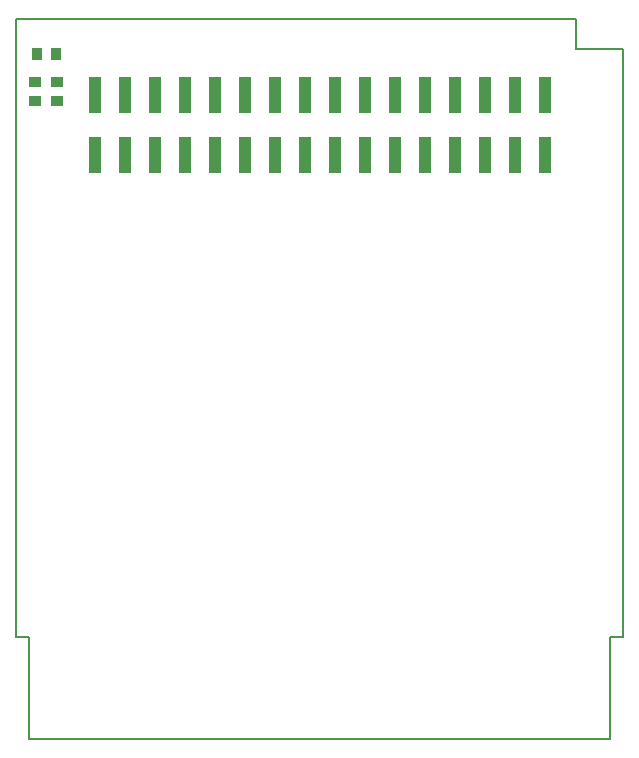
<source format=gbr>
G04 #@! TF.GenerationSoftware,KiCad,Pcbnew,5.1.6-c6e7f7d~86~ubuntu20.04.1*
G04 #@! TF.CreationDate,2020-05-17T16:09:24+03:00*
G04 #@! TF.ProjectId,GB-BRK-CART,47422d42-524b-42d4-9341-52542e6b6963,v4.0*
G04 #@! TF.SameCoordinates,Original*
G04 #@! TF.FileFunction,Paste,Top*
G04 #@! TF.FilePolarity,Positive*
%FSLAX46Y46*%
G04 Gerber Fmt 4.6, Leading zero omitted, Abs format (unit mm)*
G04 Created by KiCad (PCBNEW 5.1.6-c6e7f7d~86~ubuntu20.04.1) date 2020-05-17 16:09:24*
%MOMM*%
%LPD*%
G01*
G04 APERTURE LIST*
G04 #@! TA.AperFunction,Profile*
%ADD10C,0.150000*%
G04 #@! TD*
%ADD11R,1.000000X3.150000*%
%ADD12R,1.000000X0.820000*%
%ADD13R,0.820000X1.000000*%
G04 APERTURE END LIST*
D10*
X121700000Y-39000000D02*
X121700000Y-41600000D01*
X74300000Y-39000000D02*
X121700000Y-39000000D01*
X125700000Y-41600000D02*
X121700000Y-41600000D01*
X74300000Y-91400000D02*
X74300000Y-39000000D01*
X75400000Y-91400000D02*
X74300000Y-91400000D01*
X75400000Y-100000000D02*
X75400000Y-91400000D01*
X125700000Y-91400000D02*
X125700000Y-41600000D01*
X124600000Y-91400000D02*
X125700000Y-91400000D01*
X124600000Y-100000000D02*
X124600000Y-91400000D01*
X75400000Y-100000000D02*
X124600000Y-100000000D01*
D11*
X119050000Y-45475000D03*
X119050000Y-50525000D03*
X116510000Y-45475000D03*
X116510000Y-50525000D03*
X113970000Y-45475000D03*
X113970000Y-50525000D03*
X111430000Y-45475000D03*
X111430000Y-50525000D03*
X108890000Y-45475000D03*
X108890000Y-50525000D03*
X106350000Y-45475000D03*
X106350000Y-50525000D03*
X103810000Y-45475000D03*
X103810000Y-50525000D03*
X101270000Y-45475000D03*
X101270000Y-50525000D03*
X98730000Y-45475000D03*
X98730000Y-50525000D03*
X96190000Y-45475000D03*
X96190000Y-50525000D03*
X93650000Y-45475000D03*
X93650000Y-50525000D03*
X91110000Y-45475000D03*
X91110000Y-50525000D03*
X88570000Y-45475000D03*
X88570000Y-50525000D03*
X86030000Y-45475000D03*
X86030000Y-50525000D03*
X83490000Y-45475000D03*
X83490000Y-50525000D03*
X80950000Y-45475000D03*
X80950000Y-50525000D03*
D12*
X77800000Y-44400000D03*
X77800000Y-46000000D03*
D13*
X77700000Y-42000000D03*
X76100000Y-42000000D03*
D12*
X75900000Y-46000000D03*
X75900000Y-44400000D03*
M02*

</source>
